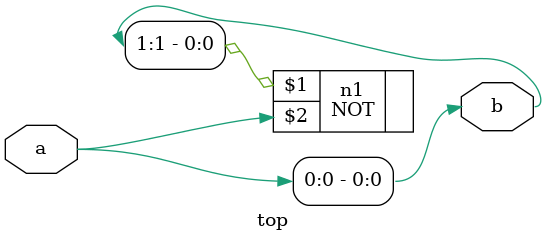
<source format=v>
module top (a , b);

	input a;
	output [1:0] b;

	assign b[0] = a;

	NOT n1 (  b [1]  , a);

endmodule

</source>
